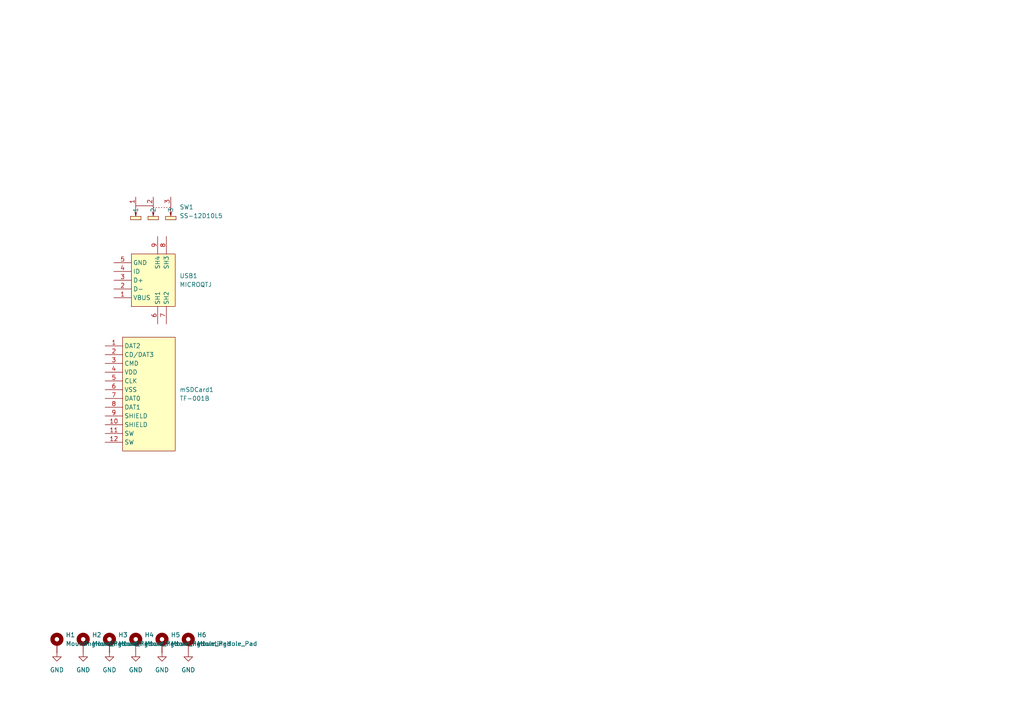
<source format=kicad_sch>
(kicad_sch (version 20250114) (generator "eeschema") (generator_version "9.0")
  (paper "A4")
  (title_block (title "esp32s3-gnss-base-station") (date "2025-11-25") (rev "0.1"))
  (lib_symbols
    (symbol "LCSC:MICROQTJ"
      (property "Reference" "USB" (at 0 17.78 0))
      (property "Value" "MICROQTJ" (at 0 -17.78 0))
      (symbol "MICROQTJ_0_1"
        (rectangle (start -10.16 7.62) (end 2.54 -7.62) (fill (type background)))
        (pin unspecified line (at -7.62 12.7 270) (length 5.08) (name "SH2") (number "7"))
        (pin unspecified line (at -7.62 -12.7 90) (length 5.08) (name "SH3") (number "8"))
        (pin unspecified line (at -5.08 12.7 270) (length 5.08) (name "SH1") (number "6"))
        (pin unspecified line (at -5.08 -12.7 90) (length 5.08) (name "SH4") (number "9"))
        (pin unspecified line (at 7.62 5.08 180) (length 5.08) (name "VBUS") (number "1"))
        (pin unspecified line (at 7.62 2.54 180) (length 5.08) (name "D-") (number "2"))
        (pin unspecified line (at 7.62 0 180) (length 5.08) (name "D+") (number "3"))
        (pin unspecified line (at 7.62 -2.54 180) (length 5.08) (name "ID") (number "4"))
        (pin unspecified line (at 7.62 -5.08 180) (length 5.08) (name "GND") (number "5"))
      )
    )
    (symbol "LCSC:SS-12D10L5"
      (property "Reference" "SW" (at 0 7.62 0))
      (property "Value" "SS-12D10L5" (at 0 -2.54 0))
      (symbol "SS-12D10L5_0_1"
        (rectangle (start -6.6 -3.05) (end -3.56 -4.06) (fill (type background)))
        (polyline (pts (xy -5.08 -3.05) (xy -5.33 -1.78)))
        (polyline (pts (xy -5.08 -3.05) (xy -4.83 -1.78)))
        (polyline (pts (xy -5.08 -3.05) (xy -5.08 0) (xy -2.54 0) (xy 0 0)))
        (rectangle (start -1.52 -3.05) (end 1.52 -4.06) (fill (type background)))
        (polyline (pts (xy 0 0) (xy 0 -1.27)))
        (polyline (pts (xy 0 -2.54) (xy 0 -0.51) (xy 0.25 -0.51)))
        (polyline (pts (xy 0 -3.05) (xy -0.25 -1.78)))
        (polyline (pts (xy 0 -3.05) (xy 0.25 -1.78)))
        (polyline (pts (xy 0.76 -0.51) (xy 1.02 -0.51)))
        (polyline (pts (xy 1.52 -0.51) (xy 1.78 -0.51)))
        (polyline (pts (xy 2.29 -0.51) (xy 2.54 -0.51)))
        (polyline (pts (xy 3.05 -0.51) (xy 3.3 -0.51)))
        (rectangle (start 3.56 -3.05) (end 6.6 -4.06) (fill (type background)))
        (polyline (pts (xy 3.81 -0.51) (xy 4.06 -0.51)))
        (polyline (pts (xy 4.57 -0.51) (xy 4.83 -0.51)))
        (polyline (pts (xy 4.83 -0.51) (xy 5.08 -0.51) (xy 5.08 -2.54)))
        (polyline (pts (xy 5.08 0.76) (xy 5.08 -0.51)))
        (polyline (pts (xy 5.08 -3.05) (xy 4.83 -1.78)))
        (polyline (pts (xy 5.08 -3.05) (xy 5.33 -1.78)))
        (pin unspecified line (at -5.08 2.54 270) (length 2.54) (name "1") (number "1"))
        (pin unspecified line (at 0 2.54 270) (length 2.54) (name "2") (number "2"))
        (pin unspecified line (at 5.08 2.54 270) (length 2.54) (name "3") (number "3"))
      )
    )
    (symbol "LCSC:TF-001B"
      (property "Reference" "Card" (at 0 19.05 0))
      (property "Value" "TF-001B" (at 0 -19.05 0))
      (symbol "TF-001B_0_1"
        (rectangle (start -5.08 16.51) (end 10.16 -16.51) (fill (type background)))
        (pin unspecified line (at -10.16 13.97 0) (length 5.08) (name "DAT2") (number "1"))
        (pin unspecified line (at -10.16 11.43 0) (length 5.08) (name "CD/DAT3") (number "2"))
        (pin unspecified line (at -10.16 8.89 0) (length 5.08) (name "CMD") (number "3"))
        (pin unspecified line (at -10.16 6.35 0) (length 5.08) (name "VDD") (number "4"))
        (pin unspecified line (at -10.16 3.81 0) (length 5.08) (name "CLK") (number "5"))
        (pin unspecified line (at -10.16 1.27 0) (length 5.08) (name "VSS") (number "6"))
        (pin unspecified line (at -10.16 -1.27 0) (length 5.08) (name "DAT0") (number "7"))
        (pin unspecified line (at -10.16 -3.81 0) (length 5.08) (name "DAT1") (number "8"))
        (pin unspecified line (at -10.16 -6.35 0) (length 5.08) (name "SHIELD") (number "9"))
        (pin unspecified line (at -10.16 -8.89 0) (length 5.08) (name "SHIELD") (number "10"))
        (pin unspecified line (at -10.16 -11.43 0) (length 5.08) (name "SW") (number "11"))
        (pin unspecified line (at -10.16 -13.97 0) (length 5.08) (name "SW") (number "12"))
      )
    )
    (symbol "Mechanical:MountingHole_Pad" (pin_numbers (hide yes)) (pin_names (offset 1.016) (hide yes)) (in_bom no)
      (property "Reference" "H" (at 0 6.35 0))
      (property "Value" "MountingHole_Pad" (at 0 4.445 0))
      (symbol "MountingHole_Pad_0_1"
        (circle (center 0 1.27) (radius 1.27) (stroke (width 1.27)))
      )
      (symbol "MountingHole_Pad_1_1"
        (pin input line (at 0 -2.54 90) (length 2.54) (name "1") (number "1"))
      )
    )
    (symbol "power:GND" (power) (pin_numbers (hide yes)) (pin_names (offset 0) (hide yes))
      (property "Value" "GND" (at 0 -3.81 0))
      (symbol "GND_0_1"
        (polyline (pts (xy 0 0) (xy 0 -1.27) (xy 1.27 -1.27) (xy 0 -2.54) (xy -1.27 -1.27) (xy 0 -1.27)))
      )
      (symbol "GND_1_1"
        (pin power_in line (at 0 0 270) (length 0) (name "~") (number "1"))
      )
    )
  )
  (symbol (lib_id "power:GND") (at 39.37 189.23 0) (unit 1)
    (property "Reference" "#PWR017" (effects (hide yes)))
    (property "Value" "GND" (at 39.37 194.31 0))
    (property "Description" "Power symbol creates a global label with name \"GND\" , ground" (effects (hide yes)))
  )
  (symbol (lib_id "power:GND") (at 46.99 189.23 0) (unit 1)
    (property "Reference" "#PWR018" (effects (hide yes)))
    (property "Value" "GND" (at 46.99 194.31 0))
    (property "Description" "Power symbol creates a global label with name \"GND\" , ground" (effects (hide yes)))
  )
  (symbol (lib_id "Mechanical:MountingHole_Pad") (at 39.37 186.69 0) (unit 1) (in_bom no)
    (property "Reference" "H4" (at 41.91 184.1499 0) (effects (justify left)))
    (property "Value" "MountingHole_Pad" (at 41.91 186.6899 0) (effects (justify left)))
    (property "Footprint" "MountingHole:MountingHole_2.5mm_Pad" (effects (hide yes)))
    (property "Description" "Mounting Hole with connection" (effects (hide yes)))
  )
  (symbol (lib_id "power:GND") (at 16.51 189.23 0) (unit 1)
    (property "Reference" "#PWR011" (effects (hide yes)))
    (property "Value" "GND" (at 16.51 194.31 0))
    (property "Description" "Power symbol creates a global label with name \"GND\" , ground" (effects (hide yes)))
  )
  (symbol (lib_id "Mechanical:MountingHole_Pad") (at 31.75 186.69 0) (unit 1) (in_bom no)
    (property "Reference" "H3" (at 34.29 184.1499 0) (effects (justify left)))
    (property "Value" "MountingHole_Pad" (at 34.29 186.6899 0) (effects (justify left)))
    (property "Footprint" "MountingHole:MountingHole_2.5mm_Pad" (effects (hide yes)))
    (property "Description" "Mounting Hole with connection" (effects (hide yes)))
  )
  (symbol (lib_id "LCSC:MICROQTJ") (at 40.64 81.28 180) (unit 1)
    (property "Reference" "USB1" (at 52.07 80.0099 0) (effects (justify right)))
    (property "Value" "MICROQTJ" (at 52.07 82.5499 0) (effects (justify right)))
    (property "Footprint" "LCSC:MICRO-USB-SMD_MICROQTJ-5P" (effects (hide yes)))
    (property "Datasheet" "https://lcsc.com/product-detail/USB-Connectors_SHOU-HAN-MicroQTJ_C404968.html" (effects (hide yes)))
    (property "LCSC Part" "C404968" (effects (hide yes)))
  )
  (symbol (lib_id "power:GND") (at 54.61 189.23 0) (unit 1)
    (property "Reference" "#PWR019" (effects (hide yes)))
    (property "Value" "GND" (at 54.61 194.31 0))
    (property "Description" "Power symbol creates a global label with name \"GND\" , ground" (effects (hide yes)))
  )
  (symbol (lib_id "Mechanical:MountingHole_Pad") (at 24.13 186.69 0) (unit 1) (in_bom no)
    (property "Reference" "H2" (at 26.67 184.1499 0) (effects (justify left)))
    (property "Value" "MountingHole_Pad" (at 26.67 186.6899 0) (effects (justify left)))
    (property "Footprint" "MountingHole:MountingHole_2.5mm_Pad" (effects (hide yes)))
    (property "Description" "Mounting Hole with connection" (effects (hide yes)))
  )
  (symbol (lib_id "LCSC:SS-12D10L5") (at 44.45 59.69 0) (unit 1)
    (property "Reference" "SW1" (at 52.07 60.0699 0) (effects (justify left)))
    (property "Value" "SS-12D10L5" (at 52.07 62.6099 0) (effects (justify left)))
    (property "Footprint" "LCSC:SW-TH_SS-12D10L5" (effects (hide yes)))
    (property "Datasheet" "https://lcsc.com/product-detail/Toggle-Switches_XKB-Enterprise-SS-12D10L5_C319012.html" (effects (hide yes)))
    (property "LCSC Part" "C319012" (effects (hide yes)))
  )
  (symbol (lib_id "Mechanical:MountingHole_Pad") (at 54.61 186.69 0) (unit 1) (in_bom no)
    (property "Reference" "H6" (at 57.15 184.1499 0) (effects (justify left)))
    (property "Value" "MountingHole_Pad" (at 57.15 186.6899 0) (effects (justify left)))
    (property "Footprint" "MountingHole:MountingHole_2.5mm_Pad" (effects (hide yes)))
    (property "Description" "Mounting Hole with connection" (effects (hide yes)))
  )
  (symbol (lib_id "power:GND") (at 24.13 189.23 0) (unit 1)
    (property "Reference" "#PWR0101" (effects (hide yes)))
    (property "Value" "GND" (at 24.13 194.31 0))
    (property "Description" "Power symbol creates a global label with name \"GND\" , ground" (effects (hide yes)))
  )
  (symbol (lib_id "power:GND") (at 31.75 189.23 0) (unit 1)
    (property "Reference" "#PWR015" (effects (hide yes)))
    (property "Value" "GND" (at 31.75 194.31 0))
    (property "Description" "Power symbol creates a global label with name \"GND\" , ground" (effects (hide yes)))
  )
  (symbol (lib_id "Mechanical:MountingHole_Pad") (at 46.99 186.69 0) (unit 1) (in_bom no)
    (property "Reference" "H5" (at 49.53 184.1499 0) (effects (justify left)))
    (property "Value" "MountingHole_Pad" (at 49.53 186.6899 0) (effects (justify left)))
    (property "Footprint" "MountingHole:MountingHole_2.5mm_Pad" (effects (hide yes)))
    (property "Description" "Mounting Hole with connection" (effects (hide yes)))
  )
  (symbol (lib_id "LCSC:TF-001B") (at 40.64 114.3 0) (unit 1)
    (property "Reference" "mSDCard1" (at 52.07 113.0299 0) (effects (justify left)))
    (property "Value" "TF-001B" (at 52.07 115.5699 0) (effects (justify left)))
    (property "Footprint" "LCSC:TF-SMD_TF-001B" (effects (hide yes)))
    (property "Datasheet" "https://lcsc.com/product-detail/Card-Sockets_TFDeck_C125617.html" (effects (hide yes)))
    (property "LCSC Part" "C125617" (effects (hide yes)))
  )
  (symbol (lib_id "Mechanical:MountingHole_Pad") (at 16.51 186.69 0) (unit 1) (in_bom no)
    (property "Reference" "H1" (at 19.05 184.1499 0) (effects (justify left)))
    (property "Value" "MountingHole_Pad" (at 19.05 186.6899 0) (effects (justify left)))
    (property "Footprint" "MountingHole:MountingHole_2.5mm_Pad" (effects (hide yes)))
    (property "Description" "Mounting Hole with connection" (effects (hide yes)))
  )
)
</source>
